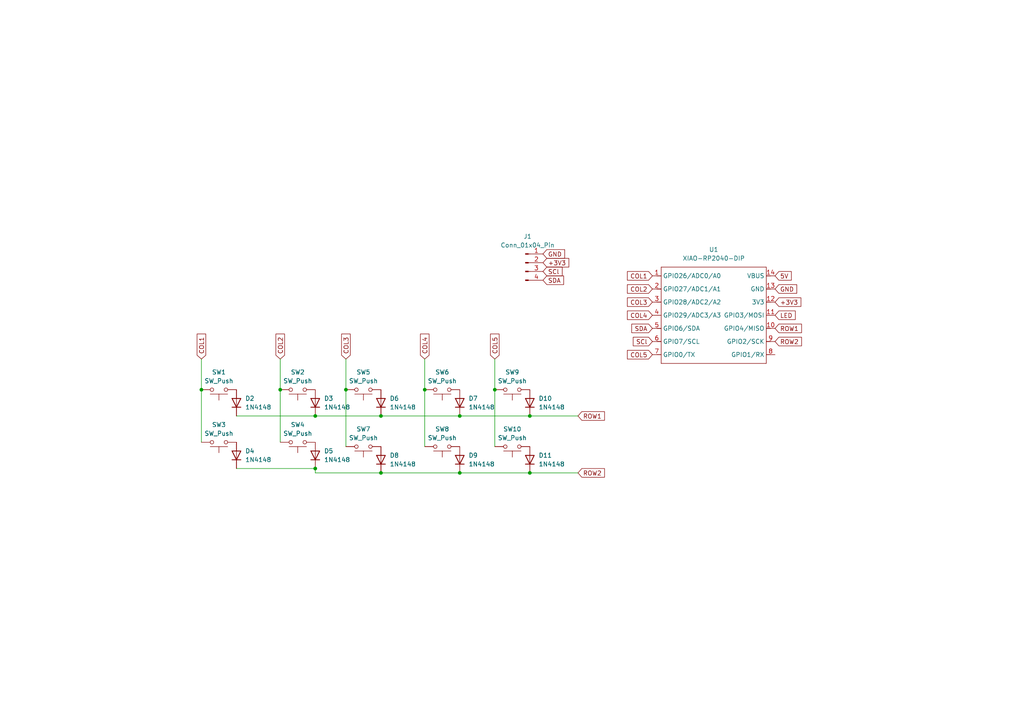
<source format=kicad_sch>
(kicad_sch (version 20250114) (generator "eeschema") (generator_version "9.0")
  (paper "A4")
  (lib_symbols
    (symbol "Connector:Conn_01x04_Pin" (pin_names (offset 1.016) (hide yes))
      (property "Reference" "J" (at 0 5.08 0))
      (property "Value" "Conn_01x04_Pin" (at 0 -7.62 0))
      (symbol "Conn_01x04_Pin_1_1"
        (rectangle (start 0.8636 2.667) (end 0 2.413) (stroke (width 0.1524)) (fill (type outline)))
        (rectangle (start 0.8636 0.127) (end 0 -0.127) (stroke (width 0.1524)) (fill (type outline)))
        (rectangle (start 0.8636 -2.413) (end 0 -2.667) (stroke (width 0.1524)) (fill (type outline)))
        (rectangle (start 0.8636 -4.953) (end 0 -5.207) (stroke (width 0.1524)) (fill (type outline)))
        (polyline (pts (xy 1.27 2.54) (xy 0.8636 2.54)) (stroke (width 0.1524)))
        (polyline (pts (xy 1.27 0) (xy 0.8636 0)) (stroke (width 0.1524)))
        (polyline (pts (xy 1.27 -2.54) (xy 0.8636 -2.54)) (stroke (width 0.1524)))
        (polyline (pts (xy 1.27 -5.08) (xy 0.8636 -5.08)) (stroke (width 0.1524)))
        (pin passive line (at 5.08 2.54 180) (length 3.81) (name "Pin_1") (number "1"))
        (pin passive line (at 5.08 0 180) (length 3.81) (name "Pin_2") (number "2"))
        (pin passive line (at 5.08 -2.54 180) (length 3.81) (name "Pin_3") (number "3"))
        (pin passive line (at 5.08 -5.08 180) (length 3.81) (name "Pin_4") (number "4"))
      )
    )
    (symbol "Diode:1N4148" (pin_numbers (hide yes)) (pin_names (hide yes))
      (property "Reference" "D" (at 0 2.54 0))
      (property "Value" "1N4148" (at 0 -2.54 0))
      (symbol "1N4148_0_1"
        (polyline (pts (xy -1.27 1.27) (xy -1.27 -1.27)) (stroke (width 0.254)))
        (polyline (pts (xy 1.27 1.27) (xy 1.27 -1.27) (xy -1.27 0) (xy 1.27 1.27)) (stroke (width 0.254)))
        (polyline (pts (xy 1.27 0) (xy -1.27 0)))
      )
      (symbol "1N4148_1_1"
        (pin passive line (at -3.81 0 0) (length 2.54) (name "K") (number "1"))
        (pin passive line (at 3.81 0 180) (length 2.54) (name "A") (number "2"))
      )
    )
    (symbol "Switch:SW_Push" (pin_numbers (hide yes)) (pin_names (offset 1.016) (hide yes))
      (property "Reference" "SW" (at 1.27 2.54 0))
      (property "Value" "SW_Push" (at 0 -1.524 0))
      (symbol "SW_Push_0_1"
        (circle (center -2.032 0) (radius 0.508))
        (polyline (pts (xy 0 1.27) (xy 0 3.048)))
        (circle (center 2.032 0) (radius 0.508))
        (polyline (pts (xy 2.54 1.27) (xy -2.54 1.27)))
        (pin passive line (at -5.08 0 0) (length 2.54) (name "1") (number "1"))
        (pin passive line (at 5.08 0 180) (length 2.54) (name "2") (number "2"))
      )
    )
    (symbol "opl:XIAO-RP2040-DIP"
      (property "Reference" "U" (at 0 0 0))
      (property "Value" "XIAO-RP2040-DIP" (at 5.334 -1.778 0))
      (symbol "XIAO-RP2040-DIP_1_0"
        (polyline (pts (xy -1.27 -2.54) (xy 29.21 -2.54)) (stroke (width 0.1524)))
        (polyline (pts (xy -1.27 -5.08) (xy -2.54 -5.08)) (stroke (width 0.1524)))
        (polyline (pts (xy -1.27 -5.08) (xy -1.27 -2.54)) (stroke (width 0.1524)))
        (polyline (pts (xy -1.27 -8.89) (xy -2.54 -8.89)) (stroke (width 0.1524)))
        (polyline (pts (xy -1.27 -8.89) (xy -1.27 -5.08)) (stroke (width 0.1524)))
        (polyline (pts (xy -1.27 -12.7) (xy -2.54 -12.7)) (stroke (width 0.1524)))
        (polyline (pts (xy -1.27 -12.7) (xy -1.27 -8.89)) (stroke (width 0.1524)))
        (polyline (pts (xy -1.27 -16.51) (xy -2.54 -16.51)) (stroke (width 0.1524)))
        (polyline (pts (xy -1.27 -16.51) (xy -1.27 -12.7)) (stroke (width 0.1524)))
        (polyline (pts (xy -1.27 -20.32) (xy -2.54 -20.32)) (stroke (width 0.1524)))
        (polyline (pts (xy -1.27 -24.13) (xy -2.54 -24.13)) (stroke (width 0.1524)))
        (polyline (pts (xy -1.27 -27.94) (xy -2.54 -27.94)) (stroke (width 0.1524)))
        (polyline (pts (xy -1.27 -30.48) (xy -1.27 -16.51)) (stroke (width 0.1524)))
        (polyline (pts (xy 29.21 -2.54) (xy 29.21 -5.08)) (stroke (width 0.1524)))
        (polyline (pts (xy 29.21 -5.08) (xy 29.21 -8.89)) (stroke (width 0.1524)))
        (polyline (pts (xy 29.21 -8.89) (xy 29.21 -12.7)) (stroke (width 0.1524)))
        (polyline (pts (xy 29.21 -12.7) (xy 29.21 -30.48)) (stroke (width 0.1524)))
        (polyline (pts (xy 29.21 -30.48) (xy -1.27 -30.48)) (stroke (width 0.1524)))
        (polyline (pts (xy 30.48 -5.08) (xy 29.21 -5.08)) (stroke (width 0.1524)))
        (polyline (pts (xy 30.48 -8.89) (xy 29.21 -8.89)) (stroke (width 0.1524)))
        (polyline (pts (xy 30.48 -12.7) (xy 29.21 -12.7)) (stroke (width 0.1524)))
        (polyline (pts (xy 30.48 -16.51) (xy 29.21 -16.51)) (stroke (width 0.1524)))
        (polyline (pts (xy 30.48 -20.32) (xy 29.21 -20.32)) (stroke (width 0.1524)))
        (polyline (pts (xy 30.48 -24.13) (xy 29.21 -24.13)) (stroke (width 0.1524)))
        (polyline (pts (xy 30.48 -27.94) (xy 29.21 -27.94)) (stroke (width 0.1524)))
        (pin passive line (at -3.81 -5.08 0) (length 2.54) (name "GPIO26/ADC0/A0") (number "1"))
        (pin passive line (at -3.81 -8.89 0) (length 2.54) (name "GPIO27/ADC1/A1") (number "2"))
        (pin passive line (at -3.81 -12.7 0) (length 2.54) (name "GPIO28/ADC2/A2") (number "3"))
        (pin passive line (at -3.81 -16.51 0) (length 2.54) (name "GPIO29/ADC3/A3") (number "4"))
        (pin passive line (at -3.81 -20.32 0) (length 2.54) (name "GPIO6/SDA") (number "5"))
        (pin passive line (at -3.81 -24.13 0) (length 2.54) (name "GPIO7/SCL") (number "6"))
        (pin passive line (at -3.81 -27.94 0) (length 2.54) (name "GPIO0/TX") (number "7"))
        (pin passive line (at 31.75 -5.08 180) (length 2.54) (name "VBUS") (number "14"))
        (pin passive line (at 31.75 -8.89 180) (length 2.54) (name "GND") (number "13"))
        (pin passive line (at 31.75 -12.7 180) (length 2.54) (name "3V3") (number "12"))
        (pin passive line (at 31.75 -16.51 180) (length 2.54) (name "GPIO3/MOSI") (number "11"))
        (pin passive line (at 31.75 -20.32 180) (length 2.54) (name "GPIO4/MISO") (number "10"))
        (pin passive line (at 31.75 -24.13 180) (length 2.54) (name "GPIO2/SCK") (number "9"))
        (pin passive line (at 31.75 -27.94 180) (length 2.54) (name "GPIO1/RX") (number "8"))
      )
    )
  )
  (junction (at 143.51 113.03))
  (junction (at 91.44 135.89))
  (junction (at 100.33 113.03))
  (junction (at 133.35 120.65))
  (junction (at 58.42 113.03))
  (junction (at 153.67 137.16))
  (junction (at 91.44 120.65))
  (junction (at 81.28 113.03))
  (junction (at 110.49 137.16))
  (junction (at 110.49 120.65))
  (junction (at 123.19 113.03))
  (junction (at 153.67 120.65))
  (junction (at 133.35 137.16))
  (wire (pts (xy 100.33 104.14) (xy 100.33 113.03)))
  (wire (pts (xy 81.28 113.03) (xy 81.28 128.27)))
  (wire (pts (xy 143.51 113.03) (xy 143.51 129.54)))
  (wire (pts (xy 68.58 135.89) (xy 91.44 135.89)))
  (wire (pts (xy 123.19 104.14) (xy 123.19 113.03)))
  (wire (pts (xy 110.49 137.16) (xy 91.44 137.16)))
  (wire (pts (xy 100.33 113.03) (xy 100.33 129.54)))
  (wire (pts (xy 91.44 137.16) (xy 91.44 135.89)))
  (wire (pts (xy 91.44 120.65) (xy 110.49 120.65)))
  (wire (pts (xy 123.19 113.03) (xy 123.19 129.54)))
  (wire (pts (xy 153.67 137.16) (xy 167.64 137.16)))
  (wire (pts (xy 81.28 104.14) (xy 81.28 113.03)))
  (wire (pts (xy 133.35 137.16) (xy 153.67 137.16)))
  (wire (pts (xy 58.42 113.03) (xy 58.42 128.27)))
  (wire (pts (xy 58.42 104.14) (xy 58.42 113.03)))
  (wire (pts (xy 110.49 120.65) (xy 133.35 120.65)))
  (wire (pts (xy 133.35 120.65) (xy 153.67 120.65)))
  (wire (pts (xy 68.58 120.65) (xy 91.44 120.65)))
  (wire (pts (xy 110.49 137.16) (xy 133.35 137.16)))
  (wire (pts (xy 143.51 104.14) (xy 143.51 113.03)))
  (wire (pts (xy 153.67 120.65) (xy 167.64 120.65)))
  (global_label "SCl" (shape input) (at 157.48 78.74 0) (property "Intersheetrefs" "${INTERSHEET_REFS}" (effects (hide yes))))
  (global_label "SDA" (shape input) (at 189.23 95.25 180) (property "Intersheetrefs" "${INTERSHEET_REFS}" (effects (hide yes))))
  (global_label "+3V3" (shape input) (at 157.48 76.2 0) (property "Intersheetrefs" "${INTERSHEET_REFS}" (effects (hide yes))))
  (global_label "COL1" (shape input) (at 189.23 80.01 180) (property "Intersheetrefs" "${INTERSHEET_REFS}" (effects (hide yes))))
  (global_label "GND" (shape input) (at 157.48 73.66 0) (property "Intersheetrefs" "${INTERSHEET_REFS}" (effects (hide yes))))
  (global_label "COL5" (shape input) (at 189.23 102.87 180) (property "Intersheetrefs" "${INTERSHEET_REFS}" (effects (hide yes))))
  (global_label "COL1" (shape input) (at 58.42 104.14 90) (property "Intersheetrefs" "${INTERSHEET_REFS}" (effects (hide yes))))
  (global_label "COL3" (shape input) (at 189.23 87.63 180) (property "Intersheetrefs" "${INTERSHEET_REFS}" (effects (hide yes))))
  (global_label "ROW1" (shape input) (at 224.79 95.25 0) (property "Intersheetrefs" "${INTERSHEET_REFS}" (effects (hide yes))))
  (global_label "GND" (shape input) (at 224.79 83.82 0) (property "Intersheetrefs" "${INTERSHEET_REFS}" (effects (hide yes))))
  (global_label "ROW2" (shape input) (at 167.64 137.16 0) (property "Intersheetrefs" "${INTERSHEET_REFS}" (effects (hide yes))))
  (global_label "SDA" (shape input) (at 157.48 81.28 0) (property "Intersheetrefs" "${INTERSHEET_REFS}" (effects (hide yes))))
  (global_label "COL2" (shape input) (at 81.28 104.14 90) (property "Intersheetrefs" "${INTERSHEET_REFS}" (effects (hide yes))))
  (global_label "SCl" (shape input) (at 189.23 99.06 180) (property "Intersheetrefs" "${INTERSHEET_REFS}" (effects (hide yes))))
  (global_label "COL4" (shape input) (at 123.19 104.14 90) (property "Intersheetrefs" "${INTERSHEET_REFS}" (effects (hide yes))))
  (global_label "ROW1" (shape input) (at 167.64 120.65 0) (property "Intersheetrefs" "${INTERSHEET_REFS}" (effects (hide yes))))
  (global_label "COL5" (shape input) (at 143.51 104.14 90) (property "Intersheetrefs" "${INTERSHEET_REFS}" (effects (hide yes))))
  (global_label "+3V3" (shape input) (at 224.79 87.63 0) (property "Intersheetrefs" "${INTERSHEET_REFS}" (effects (hide yes))))
  (global_label "COL2" (shape input) (at 189.23 83.82 180) (property "Intersheetrefs" "${INTERSHEET_REFS}" (effects (hide yes))))
  (global_label "LED" (shape input) (at 224.79 91.44 0) (property "Intersheetrefs" "${INTERSHEET_REFS}" (effects (hide yes))))
  (global_label "COL4" (shape input) (at 189.23 91.44 180) (property "Intersheetrefs" "${INTERSHEET_REFS}" (effects (hide yes))))
  (global_label "ROW2" (shape input) (at 224.79 99.06 0) (property "Intersheetrefs" "${INTERSHEET_REFS}" (effects (hide yes))))
  (global_label "COL3" (shape input) (at 100.33 104.14 90) (property "Intersheetrefs" "${INTERSHEET_REFS}" (effects (hide yes))))
  (global_label "5V" (shape input) (at 224.79 80.01 0) (property "Intersheetrefs" "${INTERSHEET_REFS}" (effects (hide yes))))
  (symbol (lib_id "Switch:SW_Push") (at 128.27 113.03 180) (unit 1)
    (property "Reference" "SW6" (at 128.27 107.95 0))
    (property "Value" "SW_Push" (at 128.27 110.49 0))
    (property "Footprint" "Button_Switch_Keyboard:SW_Cherry_MX_1.00u_PCB" (effects (hide yes)))
    (property "Description" "Push button switch, generic, two pins" (effects (hide yes)))
  )
  (symbol (lib_id "Diode:1N4148") (at 133.35 116.84 90) (unit 1)
    (property "Reference" "D7" (at 135.89 115.5699 90) (effects (justify right)))
    (property "Value" "1N4148" (at 135.89 118.1099 90) (effects (justify right)))
    (property "Footprint" "Diode_THT:D_DO-35_SOD27_P7.62mm_Horizontal" (effects (hide yes)))
    (property "Datasheet" "https://assets.nexperia.com/documents/data-sheet/1N4148_1N4448.pdf" (effects (hide yes)))
    (property "Description" "100V 0.15A standard switching diode, DO-35" (effects (hide yes)))
    (property "Sim.Device" "D" (effects (hide yes)))
    (property "Sim.Pins" "1=K 2=A" (effects (hide yes)))
  )
  (symbol (lib_id "Switch:SW_Push") (at 105.41 129.54 180) (unit 1)
    (property "Reference" "SW7" (at 105.41 124.46 0))
    (property "Value" "SW_Push" (at 105.41 127 0))
    (property "Footprint" "Button_Switch_Keyboard:SW_Cherry_MX_1.00u_PCB" (effects (hide yes)))
    (property "Description" "Push button switch, generic, two pins" (effects (hide yes)))
  )
  (symbol (lib_id "Diode:1N4148") (at 110.49 133.35 90) (unit 1)
    (property "Reference" "D8" (at 113.03 132.0799 90) (effects (justify right)))
    (property "Value" "1N4148" (at 113.03 134.6199 90) (effects (justify right)))
    (property "Footprint" "Diode_THT:D_DO-35_SOD27_P7.62mm_Horizontal" (effects (hide yes)))
    (property "Datasheet" "https://assets.nexperia.com/documents/data-sheet/1N4148_1N4448.pdf" (effects (hide yes)))
    (property "Description" "100V 0.15A standard switching diode, DO-35" (effects (hide yes)))
    (property "Sim.Device" "D" (effects (hide yes)))
    (property "Sim.Pins" "1=K 2=A" (effects (hide yes)))
  )
  (symbol (lib_id "Diode:1N4148") (at 68.58 132.08 90) (unit 1)
    (property "Reference" "D4" (at 71.12 130.8099 90) (effects (justify right)))
    (property "Value" "1N4148" (at 71.12 133.3499 90) (effects (justify right)))
    (property "Footprint" "Diode_THT:D_DO-35_SOD27_P7.62mm_Horizontal" (effects (hide yes)))
    (property "Datasheet" "https://assets.nexperia.com/documents/data-sheet/1N4148_1N4448.pdf" (effects (hide yes)))
    (property "Description" "100V 0.15A standard switching diode, DO-35" (effects (hide yes)))
    (property "Sim.Device" "D" (effects (hide yes)))
    (property "Sim.Pins" "1=K 2=A" (effects (hide yes)))
  )
  (symbol (lib_id "Switch:SW_Push") (at 105.41 113.03 180) (unit 1)
    (property "Reference" "SW5" (at 105.41 107.95 0))
    (property "Value" "SW_Push" (at 105.41 110.49 0))
    (property "Footprint" "Button_Switch_Keyboard:SW_Cherry_MX_1.00u_PCB" (effects (hide yes)))
    (property "Description" "Push button switch, generic, two pins" (effects (hide yes)))
  )
  (symbol (lib_id "Diode:1N4148") (at 153.67 133.35 90) (unit 1)
    (property "Reference" "D11" (at 156.21 132.0799 90) (effects (justify right)))
    (property "Value" "1N4148" (at 156.21 134.6199 90) (effects (justify right)))
    (property "Footprint" "Diode_THT:D_DO-35_SOD27_P7.62mm_Horizontal" (effects (hide yes)))
    (property "Datasheet" "https://assets.nexperia.com/documents/data-sheet/1N4148_1N4448.pdf" (effects (hide yes)))
    (property "Description" "100V 0.15A standard switching diode, DO-35" (effects (hide yes)))
    (property "Sim.Device" "D" (effects (hide yes)))
    (property "Sim.Pins" "1=K 2=A" (effects (hide yes)))
  )
  (symbol (lib_id "Connector:Conn_01x04_Pin") (at 152.4 76.2 0) (unit 1)
    (property "Reference" "J1" (at 153.035 68.58 0))
    (property "Value" "Conn_01x04_Pin" (at 153.035 71.12 0))
    (property "Footprint" "oled_ssd1306:SSD1306-0.91-OLED-4pin-128x32" (effects (hide yes)))
    (property "Description" "Generic connector, single row, 01x04, script generated" (effects (hide yes)))
  )
  (symbol (lib_id "Diode:1N4148") (at 68.58 116.84 90) (unit 1)
    (property "Reference" "D2" (at 71.12 115.5699 90) (effects (justify right)))
    (property "Value" "1N4148" (at 71.12 118.1099 90) (effects (justify right)))
    (property "Footprint" "Diode_THT:D_DO-35_SOD27_P7.62mm_Horizontal" (effects (hide yes)))
    (property "Datasheet" "https://assets.nexperia.com/documents/data-sheet/1N4148_1N4448.pdf" (effects (hide yes)))
    (property "Description" "100V 0.15A standard switching diode, DO-35" (effects (hide yes)))
    (property "Sim.Device" "D" (effects (hide yes)))
    (property "Sim.Pins" "1=K 2=A" (effects (hide yes)))
  )
  (symbol (lib_id "Switch:SW_Push") (at 86.36 113.03 180) (unit 1)
    (property "Reference" "SW2" (at 86.36 107.95 0))
    (property "Value" "SW_Push" (at 86.36 110.49 0))
    (property "Footprint" "Button_Switch_Keyboard:SW_Cherry_MX_1.00u_PCB" (effects (hide yes)))
    (property "Description" "Push button switch, generic, two pins" (effects (hide yes)))
  )
  (symbol (lib_id "Switch:SW_Push") (at 148.59 113.03 180) (unit 1)
    (property "Reference" "SW9" (at 148.59 107.95 0))
    (property "Value" "SW_Push" (at 148.59 110.49 0))
    (property "Footprint" "Button_Switch_Keyboard:SW_Cherry_MX_1.00u_PCB" (effects (hide yes)))
    (property "Description" "Push button switch, generic, two pins" (effects (hide yes)))
  )
  (symbol (lib_id "Diode:1N4148") (at 153.67 116.84 90) (unit 1)
    (property "Reference" "D10" (at 156.21 115.5699 90) (effects (justify right)))
    (property "Value" "1N4148" (at 156.21 118.1099 90) (effects (justify right)))
    (property "Footprint" "Diode_THT:D_DO-35_SOD27_P7.62mm_Horizontal" (effects (hide yes)))
    (property "Datasheet" "https://assets.nexperia.com/documents/data-sheet/1N4148_1N4448.pdf" (effects (hide yes)))
    (property "Description" "100V 0.15A standard switching diode, DO-35" (effects (hide yes)))
    (property "Sim.Device" "D" (effects (hide yes)))
    (property "Sim.Pins" "1=K 2=A" (effects (hide yes)))
  )
  (symbol (lib_id "Switch:SW_Push") (at 63.5 128.27 180) (unit 1)
    (property "Reference" "SW3" (at 63.5 123.19 0))
    (property "Value" "SW_Push" (at 63.5 125.73 0))
    (property "Footprint" "Button_Switch_Keyboard:SW_Cherry_MX_1.00u_PCB" (effects (hide yes)))
    (property "Description" "Push button switch, generic, two pins" (effects (hide yes)))
  )
  (symbol (lib_id "Diode:1N4148") (at 91.44 116.84 90) (unit 1)
    (property "Reference" "D3" (at 93.98 115.5699 90) (effects (justify right)))
    (property "Value" "1N4148" (at 93.98 118.1099 90) (effects (justify right)))
    (property "Footprint" "Diode_THT:D_DO-35_SOD27_P7.62mm_Horizontal" (effects (hide yes)))
    (property "Datasheet" "https://assets.nexperia.com/documents/data-sheet/1N4148_1N4448.pdf" (effects (hide yes)))
    (property "Description" "100V 0.15A standard switching diode, DO-35" (effects (hide yes)))
    (property "Sim.Device" "D" (effects (hide yes)))
    (property "Sim.Pins" "1=K 2=A" (effects (hide yes)))
  )
  (symbol (lib_id "Diode:1N4148") (at 91.44 132.08 90) (unit 1)
    (property "Reference" "D5" (at 93.98 130.8099 90) (effects (justify right)))
    (property "Value" "1N4148" (at 93.98 133.3499 90) (effects (justify right)))
    (property "Footprint" "Diode_THT:D_DO-35_SOD27_P7.62mm_Horizontal" (effects (hide yes)))
    (property "Datasheet" "https://assets.nexperia.com/documents/data-sheet/1N4148_1N4448.pdf" (effects (hide yes)))
    (property "Description" "100V 0.15A standard switching diode, DO-35" (effects (hide yes)))
    (property "Sim.Device" "D" (effects (hide yes)))
    (property "Sim.Pins" "1=K 2=A" (effects (hide yes)))
  )
  (symbol (lib_id "Diode:1N4148") (at 133.35 133.35 90) (unit 1)
    (property "Reference" "D9" (at 135.89 132.0799 90) (effects (justify right)))
    (property "Value" "1N4148" (at 135.89 134.6199 90) (effects (justify right)))
    (property "Footprint" "Diode_THT:D_DO-35_SOD27_P7.62mm_Horizontal" (effects (hide yes)))
    (property "Datasheet" "https://assets.nexperia.com/documents/data-sheet/1N4148_1N4448.pdf" (effects (hide yes)))
    (property "Description" "100V 0.15A standard switching diode, DO-35" (effects (hide yes)))
    (property "Sim.Device" "D" (effects (hide yes)))
    (property "Sim.Pins" "1=K 2=A" (effects (hide yes)))
  )
  (symbol (lib_id "Switch:SW_Push") (at 86.36 128.27 180) (unit 1)
    (property "Reference" "SW4" (at 86.36 123.19 0))
    (property "Value" "SW_Push" (at 86.36 125.73 0))
    (property "Footprint" "Button_Switch_Keyboard:SW_Cherry_MX_1.00u_PCB" (effects (hide yes)))
    (property "Description" "Push button switch, generic, two pins" (effects (hide yes)))
  )
  (symbol (lib_id "Switch:SW_Push") (at 128.27 129.54 180) (unit 1)
    (property "Reference" "SW8" (at 128.27 124.46 0))
    (property "Value" "SW_Push" (at 128.27 127 0))
    (property "Footprint" "Button_Switch_Keyboard:SW_Cherry_MX_1.00u_PCB" (effects (hide yes)))
    (property "Description" "Push button switch, generic, two pins" (effects (hide yes)))
  )
  (symbol (lib_id "Diode:1N4148") (at 110.49 116.84 90) (unit 1)
    (property "Reference" "D6" (at 113.03 115.5699 90) (effects (justify right)))
    (property "Value" "1N4148" (at 113.03 118.1099 90) (effects (justify right)))
    (property "Footprint" "Diode_THT:D_DO-35_SOD27_P7.62mm_Horizontal" (effects (hide yes)))
    (property "Datasheet" "https://assets.nexperia.com/documents/data-sheet/1N4148_1N4448.pdf" (effects (hide yes)))
    (property "Description" "100V 0.15A standard switching diode, DO-35" (effects (hide yes)))
    (property "Sim.Device" "D" (effects (hide yes)))
    (property "Sim.Pins" "1=K 2=A" (effects (hide yes)))
  )
  (symbol (lib_id "opl:XIAO-RP2040-DIP") (at 193.04 74.93 0) (unit 1)
    (property "Reference" "U1" (at 207.01 72.39 0))
    (property "Value" "XIAO-RP2040-DIP" (at 207.01 74.93 0))
    (property "Footprint" "opl:XIAO-RP2040-DIP" (effects (hide yes)))
  )
  (symbol (lib_id "Switch:SW_Push") (at 148.59 129.54 180) (unit 1)
    (property "Reference" "SW10" (at 148.59 124.46 0))
    (property "Value" "SW_Push" (at 148.59 127 0))
    (property "Footprint" "Button_Switch_Keyboard:SW_Cherry_MX_1.00u_PCB" (effects (hide yes)))
    (property "Description" "Push button switch, generic, two pins" (effects (hide yes)))
  )
  (symbol (lib_id "Switch:SW_Push") (at 63.5 113.03 180) (unit 1)
    (property "Reference" "SW1" (at 63.5 107.95 0))
    (property "Value" "SW_Push" (at 63.5 110.49 0))
    (property "Footprint" "Button_Switch_Keyboard:SW_Cherry_MX_1.00u_PCB" (effects (hide yes)))
    (property "Description" "Push button switch, generic, two pins" (effects (hide yes)))
  )
)
</source>
